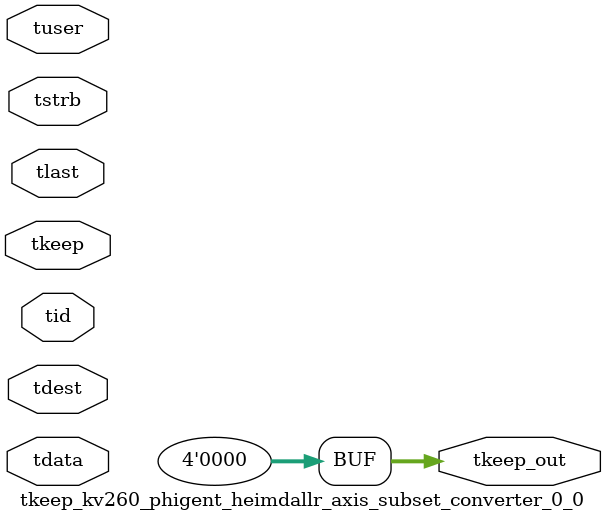
<source format=v>


`timescale 1ps/1ps

module tkeep_kv260_phigent_heimdallr_axis_subset_converter_0_0 #
(
parameter C_S_AXIS_TDATA_WIDTH = 32,
parameter C_S_AXIS_TUSER_WIDTH = 0,
parameter C_S_AXIS_TID_WIDTH   = 0,
parameter C_S_AXIS_TDEST_WIDTH = 0,
parameter C_M_AXIS_TDATA_WIDTH = 32
)
(
input  [(C_S_AXIS_TDATA_WIDTH == 0 ? 1 : C_S_AXIS_TDATA_WIDTH)-1:0     ] tdata,
input  [(C_S_AXIS_TUSER_WIDTH == 0 ? 1 : C_S_AXIS_TUSER_WIDTH)-1:0     ] tuser,
input  [(C_S_AXIS_TID_WIDTH   == 0 ? 1 : C_S_AXIS_TID_WIDTH)-1:0       ] tid,
input  [(C_S_AXIS_TDEST_WIDTH == 0 ? 1 : C_S_AXIS_TDEST_WIDTH)-1:0     ] tdest,
input  [(C_S_AXIS_TDATA_WIDTH/8)-1:0 ] tkeep,
input  [(C_S_AXIS_TDATA_WIDTH/8)-1:0 ] tstrb,
input                                                                    tlast,
output [(C_M_AXIS_TDATA_WIDTH/8)-1:0 ] tkeep_out
);

assign tkeep_out = {1'b0};

endmodule


</source>
